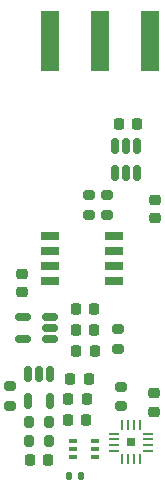
<source format=gtp>
G04 #@! TF.GenerationSoftware,KiCad,Pcbnew,9.0.6*
G04 #@! TF.CreationDate,2026-01-10T17:13:08+00:00*
G04 #@! TF.ProjectId,CurrentSource,43757272-656e-4745-936f-757263652e6b,rev?*
G04 #@! TF.SameCoordinates,Original*
G04 #@! TF.FileFunction,Paste,Top*
G04 #@! TF.FilePolarity,Positive*
%FSLAX46Y46*%
G04 Gerber Fmt 4.6, Leading zero omitted, Abs format (unit mm)*
G04 Created by KiCad (PCBNEW 9.0.6) date 2026-01-10 17:13:08*
%MOMM*%
%LPD*%
G01*
G04 APERTURE LIST*
G04 Aperture macros list*
%AMRoundRect*
0 Rectangle with rounded corners*
0 $1 Rounding radius*
0 $2 $3 $4 $5 $6 $7 $8 $9 X,Y pos of 4 corners*
0 Add a 4 corners polygon primitive as box body*
4,1,4,$2,$3,$4,$5,$6,$7,$8,$9,$2,$3,0*
0 Add four circle primitives for the rounded corners*
1,1,$1+$1,$2,$3*
1,1,$1+$1,$4,$5*
1,1,$1+$1,$6,$7*
1,1,$1+$1,$8,$9*
0 Add four rect primitives between the rounded corners*
20,1,$1+$1,$2,$3,$4,$5,0*
20,1,$1+$1,$4,$5,$6,$7,0*
20,1,$1+$1,$6,$7,$8,$9,0*
20,1,$1+$1,$8,$9,$2,$3,0*%
G04 Aperture macros list end*
%ADD10RoundRect,0.135000X0.135000X0.185000X-0.135000X0.185000X-0.135000X-0.185000X0.135000X-0.185000X0*%
%ADD11RoundRect,0.150000X0.512500X0.150000X-0.512500X0.150000X-0.512500X-0.150000X0.512500X-0.150000X0*%
%ADD12RoundRect,0.062500X-0.062500X-0.375000X0.062500X-0.375000X0.062500X0.375000X-0.062500X0.375000X0*%
%ADD13RoundRect,0.062500X-0.375000X-0.062500X0.375000X-0.062500X0.375000X0.062500X-0.375000X0.062500X0*%
%ADD14RoundRect,0.190000X-0.190000X-0.190000X0.190000X-0.190000X0.190000X0.190000X-0.190000X0.190000X0*%
%ADD15R,1.500000X5.080000*%
%ADD16R,1.528000X0.650000*%
%ADD17RoundRect,0.200000X0.275000X-0.200000X0.275000X0.200000X-0.275000X0.200000X-0.275000X-0.200000X0*%
%ADD18RoundRect,0.200000X-0.275000X0.200000X-0.275000X-0.200000X0.275000X-0.200000X0.275000X0.200000X0*%
%ADD19RoundRect,0.225000X-0.225000X-0.250000X0.225000X-0.250000X0.225000X0.250000X-0.225000X0.250000X0*%
%ADD20RoundRect,0.225000X0.250000X-0.225000X0.250000X0.225000X-0.250000X0.225000X-0.250000X-0.225000X0*%
%ADD21RoundRect,0.150000X-0.150000X0.512500X-0.150000X-0.512500X0.150000X-0.512500X0.150000X0.512500X0*%
%ADD22RoundRect,0.225000X-0.250000X0.225000X-0.250000X-0.225000X0.250000X-0.225000X0.250000X0.225000X0*%
%ADD23RoundRect,0.100000X0.225000X0.100000X-0.225000X0.100000X-0.225000X-0.100000X0.225000X-0.100000X0*%
%ADD24RoundRect,0.225000X0.225000X0.250000X-0.225000X0.250000X-0.225000X-0.250000X0.225000X-0.250000X0*%
%ADD25RoundRect,0.218750X0.218750X0.256250X-0.218750X0.256250X-0.218750X-0.256250X0.218750X-0.256250X0*%
%ADD26RoundRect,0.200000X0.200000X0.275000X-0.200000X0.275000X-0.200000X-0.275000X0.200000X-0.275000X0*%
G04 APERTURE END LIST*
D10*
X130110000Y-106075000D03*
X129090000Y-106075000D03*
D11*
X125212500Y-94522500D03*
X125212500Y-92622500D03*
X127487500Y-92622500D03*
X127487500Y-93572500D03*
X127487500Y-94522500D03*
D12*
X133600000Y-101835000D03*
X134100000Y-101835000D03*
X134600000Y-101835000D03*
X135100000Y-101835000D03*
D13*
X135787500Y-102522500D03*
X135787500Y-103022500D03*
X135787500Y-103522500D03*
X135787500Y-104022500D03*
D12*
X135100000Y-104710000D03*
X134600000Y-104710000D03*
X134100000Y-104710000D03*
X133600000Y-104710000D03*
D13*
X132912500Y-104022500D03*
X132912500Y-103522500D03*
X132912500Y-103022500D03*
X132912500Y-102522500D03*
D14*
X134350000Y-103272500D03*
D15*
X131725000Y-69325000D03*
X127475000Y-69325000D03*
X135975000Y-69325000D03*
D16*
X127481774Y-85822954D03*
X127481774Y-87092954D03*
X127481774Y-88362954D03*
X127481774Y-89632954D03*
X132903774Y-89632954D03*
X132903774Y-88362954D03*
X132903774Y-87092954D03*
X132903774Y-85822954D03*
D17*
X133250000Y-95325000D03*
X133250000Y-93675000D03*
D18*
X132377802Y-82351755D03*
X132377802Y-84001755D03*
D19*
X129010000Y-101380000D03*
X130560000Y-101380000D03*
D20*
X136290000Y-100660000D03*
X136290000Y-99110000D03*
D17*
X124090000Y-100160000D03*
X124090000Y-98510000D03*
D20*
X125175007Y-90541678D03*
X125175007Y-88991678D03*
D21*
X127540000Y-97495000D03*
X126590000Y-97495000D03*
X125640000Y-97495000D03*
X125640000Y-99770000D03*
X127540000Y-99770000D03*
D17*
X133530000Y-100200000D03*
X133530000Y-98550000D03*
D19*
X129725000Y-93750000D03*
X131275000Y-93750000D03*
D21*
X134903847Y-78212500D03*
X133953847Y-78212500D03*
X133003847Y-78212500D03*
X133003847Y-80487500D03*
X133953847Y-80487500D03*
X134903847Y-80487500D03*
D22*
X136442953Y-82725000D03*
X136442953Y-84275000D03*
D19*
X133325000Y-76275000D03*
X134875000Y-76275000D03*
D23*
X131340000Y-104490000D03*
X131340000Y-103840000D03*
X131340000Y-103190000D03*
X129440000Y-103190000D03*
X129440000Y-103840000D03*
X129440000Y-104490000D03*
D18*
X130787802Y-82351755D03*
X130787802Y-84001755D03*
D24*
X127375000Y-104750000D03*
X125825000Y-104750000D03*
D25*
X131287500Y-95500000D03*
X129712500Y-95500000D03*
D19*
X129075000Y-99580000D03*
X130625000Y-99580000D03*
D26*
X127395000Y-101540000D03*
X125745000Y-101540000D03*
X127400000Y-103130000D03*
X125750000Y-103130000D03*
D19*
X129235000Y-97870000D03*
X130785000Y-97870000D03*
X129725000Y-92000000D03*
X131275000Y-92000000D03*
M02*

</source>
